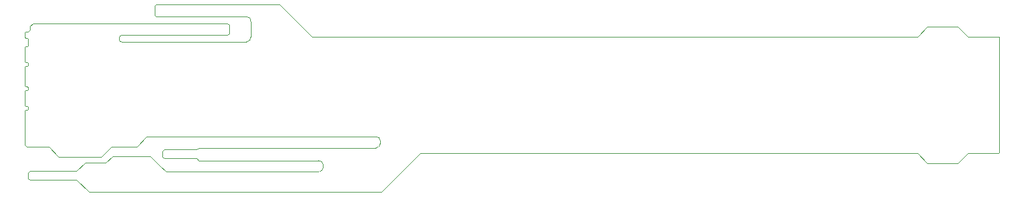
<source format=gbr>
%TF.GenerationSoftware,KiCad,Pcbnew,(6.0.7)*%
%TF.CreationDate,2022-09-05T21:16:32+02:00*%
%TF.ProjectId,rcp2n64adv2,72637032-6e36-4346-9164-76322e6b6963,v20220903*%
%TF.SameCoordinates,Original*%
%TF.FileFunction,Profile,NP*%
%FSLAX46Y46*%
G04 Gerber Fmt 4.6, Leading zero omitted, Abs format (unit mm)*
G04 Created by KiCad (PCBNEW (6.0.7)) date 2022-09-05 21:16:32*
%MOMM*%
%LPD*%
G01*
G04 APERTURE LIST*
%TA.AperFunction,Profile*%
%ADD10C,0.050000*%
%TD*%
G04 APERTURE END LIST*
D10*
X215280000Y-93920000D02*
X211130000Y-93920000D01*
X204430000Y-109420000D02*
X205780000Y-110770000D01*
X104290000Y-108900000D02*
X108595000Y-108900000D01*
X98330000Y-94270000D02*
G75*
G03*
X98630000Y-94570000I300000J0D01*
G01*
X104530000Y-111870000D02*
X103730000Y-111070000D01*
X86430000Y-111790000D02*
X92600000Y-111790000D01*
X103230000Y-91170000D02*
X103030000Y-90970000D01*
X85730000Y-100420000D02*
X85830000Y-100520000D01*
X209780000Y-110770000D02*
X211130000Y-109420000D01*
X132410000Y-108680000D02*
X108845000Y-108675000D01*
X85730000Y-106320000D02*
X85730000Y-103720000D01*
X95930000Y-109870000D02*
X97300000Y-108500000D01*
X215280000Y-93920000D02*
X215330000Y-93970000D01*
X85730000Y-103020000D02*
X85830000Y-103120000D01*
X86030000Y-108570000D02*
X88980000Y-108570000D01*
X124830000Y-111870000D02*
X104530000Y-111870000D01*
X205780000Y-110770000D02*
X209780000Y-110770000D01*
X85830000Y-103620000D02*
X85730000Y-103720000D01*
X86230000Y-100920000D02*
X86130000Y-101020000D01*
X104290000Y-110050000D02*
X108600000Y-110050000D01*
X86130000Y-94020000D02*
X86230000Y-94120000D01*
X86430000Y-112950000D02*
X86230000Y-112750000D01*
X205780000Y-92570000D02*
X209780000Y-92570000D01*
X86130000Y-97270000D02*
X86230000Y-97370000D01*
X86430000Y-112950000D02*
X92600000Y-112950000D01*
X100650000Y-108500000D02*
X101975000Y-107175000D01*
X124830000Y-111870000D02*
G75*
G03*
X125430000Y-111270000I42900J557100D01*
G01*
X125430000Y-110970000D02*
X125430000Y-111270000D01*
X86480000Y-92970000D02*
X86480000Y-92470000D01*
X119630000Y-89570000D02*
X123980000Y-93920000D01*
X204430000Y-93920000D02*
X123980000Y-93920000D01*
X85730000Y-103020000D02*
X85730000Y-101120000D01*
X86230000Y-103220000D02*
X86230000Y-103520000D01*
X108600000Y-110050000D02*
X108920000Y-110370000D01*
X85830000Y-101020000D02*
X85730000Y-101120000D01*
X86130000Y-101020000D02*
X85830000Y-101020000D01*
X115830000Y-93870000D02*
X115830000Y-91870000D01*
X86230000Y-111990000D02*
X86430000Y-111790000D01*
X211130000Y-109420000D02*
X215230000Y-109420000D01*
X108920000Y-110370000D02*
X124830000Y-110370000D01*
X125430000Y-110969999D02*
G75*
G03*
X124830000Y-110370000I-557100J42899D01*
G01*
X90280000Y-109870000D02*
X88980000Y-108570000D01*
X85730000Y-108270000D02*
X85730000Y-106320000D01*
X97430000Y-109770000D02*
X102430000Y-109770000D01*
X86480000Y-92470000D02*
X86880000Y-92070000D01*
X86130000Y-97770000D02*
X85830000Y-97770000D01*
X85830000Y-97770000D02*
X85730000Y-97870000D01*
X112930000Y-92270000D02*
X112930000Y-93470000D01*
X85730000Y-93320000D02*
X85730000Y-93920000D01*
X86230000Y-94120000D02*
X86230000Y-95070000D01*
X103030000Y-90970000D02*
X103030000Y-89770000D01*
X103230000Y-89570000D02*
X119630000Y-89570000D01*
X115230000Y-94570000D02*
G75*
G03*
X115830000Y-93870000I-50000J650000D01*
G01*
X85730000Y-95270000D02*
X85730000Y-97170000D01*
X85830000Y-103120000D02*
X86130000Y-103120000D01*
X86230000Y-95070000D02*
X86130000Y-95170000D01*
X85730000Y-108270000D02*
X86030000Y-108570000D01*
X93830000Y-110670000D02*
X96530000Y-110670000D01*
X108845000Y-108675000D02*
X108595000Y-108900000D01*
X85730000Y-93920000D02*
X85830000Y-94020000D01*
X86230000Y-93220000D02*
X86480000Y-92970000D01*
X86230000Y-112750000D02*
X86230000Y-111990000D01*
X112730000Y-92070000D02*
X112930000Y-92270000D01*
X204430000Y-93920000D02*
X205780000Y-92570000D01*
X85730000Y-97170000D02*
X85830000Y-97270000D01*
X133030000Y-107769999D02*
G75*
G03*
X132430000Y-107170000I-557100J42899D01*
G01*
X115829951Y-91869992D02*
G75*
G03*
X115230000Y-91170000I-599951J92892D01*
G01*
X132430000Y-107170000D02*
X101975000Y-107175000D01*
X92600000Y-112950000D02*
X94330000Y-114570000D01*
X86130000Y-100520000D02*
X86230000Y-100620000D01*
X215330000Y-93970000D02*
X215330000Y-109320000D01*
X96530000Y-110670000D02*
X97430000Y-109770000D01*
X209780000Y-92570000D02*
X211130000Y-93920000D01*
X85830000Y-93220000D02*
X85730000Y-93320000D01*
X133030000Y-107770000D02*
X133030000Y-108070000D01*
X215330000Y-109320000D02*
X215230000Y-109420000D01*
X85730000Y-97870000D02*
X85730000Y-100420000D01*
X98630000Y-93670000D02*
G75*
G03*
X98330000Y-93970000I0J-300000D01*
G01*
X95930000Y-109870000D02*
X90280000Y-109870000D01*
X86230000Y-100620000D02*
X86230000Y-100920000D01*
X86880000Y-92070000D02*
X112730000Y-92070000D01*
X98630000Y-94570000D02*
X115230000Y-94570000D01*
X86230000Y-103520000D02*
X86130000Y-103620000D01*
X104090000Y-109850000D02*
X104290000Y-110050000D01*
X115230000Y-91170000D02*
X103230000Y-91170000D01*
X138330000Y-109420000D02*
X204430000Y-109420000D01*
X85830000Y-93220000D02*
X86230000Y-93220000D01*
X86230000Y-97370000D02*
X86230000Y-97670000D01*
X85830000Y-100520000D02*
X86130000Y-100520000D01*
X86130000Y-103120000D02*
X86230000Y-103220000D01*
X92600000Y-111790000D02*
X93830000Y-110670000D01*
X133180000Y-114570000D02*
X138330000Y-109420000D01*
X86130000Y-95170000D02*
X85830000Y-95170000D01*
X97300000Y-108500000D02*
X100650000Y-108500000D01*
X85830000Y-95170000D02*
X85730000Y-95270000D01*
X98330000Y-93970000D02*
X98330000Y-94270000D01*
X112730000Y-93670000D02*
X98630000Y-93670000D01*
X94330000Y-114570000D02*
X133180000Y-114570000D01*
X86130000Y-103620000D02*
X85830000Y-103620000D01*
X85830000Y-94020000D02*
X86130000Y-94020000D01*
X85830000Y-97270000D02*
X86130000Y-97270000D01*
X112930000Y-93470000D02*
X112730000Y-93670000D01*
X102430000Y-109770000D02*
X103730000Y-111070000D01*
X86230000Y-97670000D02*
X86130000Y-97770000D01*
X103030000Y-89770000D02*
X103230000Y-89570000D01*
X132430000Y-108670000D02*
G75*
G03*
X133030000Y-108070000I42900J557100D01*
G01*
X104090000Y-109100000D02*
X104290000Y-108900000D01*
X104090000Y-109100000D02*
X104090000Y-109850000D01*
M02*

</source>
